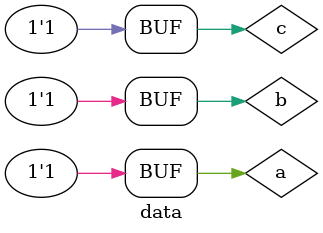
<source format=v>
module FA(sum, carry, a, b, c);
		input a,b,c;						
		output sum, carry;						
		assign sum = (a^b)^c;
		assign carry = (c&(a^b))|(a&b);
		
endmodule 

module data;
  reg a, b, c;
  wire sum, carry;
  
  FA data(sum, carry, a, b, c);

  initial begin
    $display("a b c sum carry");
    $monitor(a," ",b," ",c," ",sum," ",carry);

    a = 0; b = 0; c = 0; #10;
    a = 0; b = 0; c = 1; #10;
    a = 0; b = 1; c = 0; #10;
    a = 0; b = 1; c = 1; #10;
    a = 1; b = 0; c = 0; #10;
    a = 1; b = 0; c = 1; #10;
    a = 1; b = 1; c = 0; #10;
    a = 1; b = 1; c = 1; #10;
	 
	 end
endmodule

</source>
